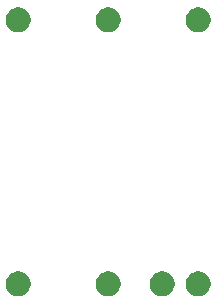
<source format=gbr>
G04 #@! TF.GenerationSoftware,KiCad,Pcbnew,(5.1.5-0-10_14)*
G04 #@! TF.CreationDate,2020-07-09T21:36:47+03:00*
G04 #@! TF.ProjectId,miniRGBii,6d696e69-5247-4426-9969-2e6b69636164,rev?*
G04 #@! TF.SameCoordinates,Original*
G04 #@! TF.FileFunction,Soldermask,Bot*
G04 #@! TF.FilePolarity,Negative*
%FSLAX46Y46*%
G04 Gerber Fmt 4.6, Leading zero omitted, Abs format (unit mm)*
G04 Created by KiCad (PCBNEW (5.1.5-0-10_14)) date 2020-07-09 21:36:47*
%MOMM*%
%LPD*%
G04 APERTURE LIST*
%ADD10C,0.100000*%
G04 APERTURE END LIST*
D10*
G36*
X20118564Y-23373389D02*
G01*
X20309833Y-23452615D01*
X20309835Y-23452616D01*
X20481973Y-23567635D01*
X20628365Y-23714027D01*
X20743385Y-23886167D01*
X20822611Y-24077436D01*
X20863000Y-24280484D01*
X20863000Y-24487516D01*
X20822611Y-24690564D01*
X20743385Y-24881833D01*
X20743384Y-24881835D01*
X20628365Y-25053973D01*
X20481973Y-25200365D01*
X20309835Y-25315384D01*
X20309834Y-25315385D01*
X20309833Y-25315385D01*
X20118564Y-25394611D01*
X19915516Y-25435000D01*
X19708484Y-25435000D01*
X19505436Y-25394611D01*
X19314167Y-25315385D01*
X19314166Y-25315385D01*
X19314165Y-25315384D01*
X19142027Y-25200365D01*
X18995635Y-25053973D01*
X18880616Y-24881835D01*
X18880615Y-24881833D01*
X18801389Y-24690564D01*
X18761000Y-24487516D01*
X18761000Y-24280484D01*
X18801389Y-24077436D01*
X18880615Y-23886167D01*
X18995635Y-23714027D01*
X19142027Y-23567635D01*
X19314165Y-23452616D01*
X19314167Y-23452615D01*
X19505436Y-23373389D01*
X19708484Y-23333000D01*
X19915516Y-23333000D01*
X20118564Y-23373389D01*
G37*
G36*
X17070564Y-23373389D02*
G01*
X17261833Y-23452615D01*
X17261835Y-23452616D01*
X17433973Y-23567635D01*
X17580365Y-23714027D01*
X17695385Y-23886167D01*
X17774611Y-24077436D01*
X17815000Y-24280484D01*
X17815000Y-24487516D01*
X17774611Y-24690564D01*
X17695385Y-24881833D01*
X17695384Y-24881835D01*
X17580365Y-25053973D01*
X17433973Y-25200365D01*
X17261835Y-25315384D01*
X17261834Y-25315385D01*
X17261833Y-25315385D01*
X17070564Y-25394611D01*
X16867516Y-25435000D01*
X16660484Y-25435000D01*
X16457436Y-25394611D01*
X16266167Y-25315385D01*
X16266166Y-25315385D01*
X16266165Y-25315384D01*
X16094027Y-25200365D01*
X15947635Y-25053973D01*
X15832616Y-24881835D01*
X15832615Y-24881833D01*
X15753389Y-24690564D01*
X15713000Y-24487516D01*
X15713000Y-24280484D01*
X15753389Y-24077436D01*
X15832615Y-23886167D01*
X15947635Y-23714027D01*
X16094027Y-23567635D01*
X16266165Y-23452616D01*
X16266167Y-23452615D01*
X16457436Y-23373389D01*
X16660484Y-23333000D01*
X16867516Y-23333000D01*
X17070564Y-23373389D01*
G37*
G36*
X12498564Y-23373389D02*
G01*
X12689833Y-23452615D01*
X12689835Y-23452616D01*
X12861973Y-23567635D01*
X13008365Y-23714027D01*
X13123385Y-23886167D01*
X13202611Y-24077436D01*
X13243000Y-24280484D01*
X13243000Y-24487516D01*
X13202611Y-24690564D01*
X13123385Y-24881833D01*
X13123384Y-24881835D01*
X13008365Y-25053973D01*
X12861973Y-25200365D01*
X12689835Y-25315384D01*
X12689834Y-25315385D01*
X12689833Y-25315385D01*
X12498564Y-25394611D01*
X12295516Y-25435000D01*
X12088484Y-25435000D01*
X11885436Y-25394611D01*
X11694167Y-25315385D01*
X11694166Y-25315385D01*
X11694165Y-25315384D01*
X11522027Y-25200365D01*
X11375635Y-25053973D01*
X11260616Y-24881835D01*
X11260615Y-24881833D01*
X11181389Y-24690564D01*
X11141000Y-24487516D01*
X11141000Y-24280484D01*
X11181389Y-24077436D01*
X11260615Y-23886167D01*
X11375635Y-23714027D01*
X11522027Y-23567635D01*
X11694165Y-23452616D01*
X11694167Y-23452615D01*
X11885436Y-23373389D01*
X12088484Y-23333000D01*
X12295516Y-23333000D01*
X12498564Y-23373389D01*
G37*
G36*
X4878564Y-23373389D02*
G01*
X5069833Y-23452615D01*
X5069835Y-23452616D01*
X5241973Y-23567635D01*
X5388365Y-23714027D01*
X5503385Y-23886167D01*
X5582611Y-24077436D01*
X5623000Y-24280484D01*
X5623000Y-24487516D01*
X5582611Y-24690564D01*
X5503385Y-24881833D01*
X5503384Y-24881835D01*
X5388365Y-25053973D01*
X5241973Y-25200365D01*
X5069835Y-25315384D01*
X5069834Y-25315385D01*
X5069833Y-25315385D01*
X4878564Y-25394611D01*
X4675516Y-25435000D01*
X4468484Y-25435000D01*
X4265436Y-25394611D01*
X4074167Y-25315385D01*
X4074166Y-25315385D01*
X4074165Y-25315384D01*
X3902027Y-25200365D01*
X3755635Y-25053973D01*
X3640616Y-24881835D01*
X3640615Y-24881833D01*
X3561389Y-24690564D01*
X3521000Y-24487516D01*
X3521000Y-24280484D01*
X3561389Y-24077436D01*
X3640615Y-23886167D01*
X3755635Y-23714027D01*
X3902027Y-23567635D01*
X4074165Y-23452616D01*
X4074167Y-23452615D01*
X4265436Y-23373389D01*
X4468484Y-23333000D01*
X4675516Y-23333000D01*
X4878564Y-23373389D01*
G37*
G36*
X20118564Y-1021389D02*
G01*
X20309833Y-1100615D01*
X20309835Y-1100616D01*
X20481973Y-1215635D01*
X20628365Y-1362027D01*
X20743385Y-1534167D01*
X20822611Y-1725436D01*
X20863000Y-1928484D01*
X20863000Y-2135516D01*
X20822611Y-2338564D01*
X20743385Y-2529833D01*
X20743384Y-2529835D01*
X20628365Y-2701973D01*
X20481973Y-2848365D01*
X20309835Y-2963384D01*
X20309834Y-2963385D01*
X20309833Y-2963385D01*
X20118564Y-3042611D01*
X19915516Y-3083000D01*
X19708484Y-3083000D01*
X19505436Y-3042611D01*
X19314167Y-2963385D01*
X19314166Y-2963385D01*
X19314165Y-2963384D01*
X19142027Y-2848365D01*
X18995635Y-2701973D01*
X18880616Y-2529835D01*
X18880615Y-2529833D01*
X18801389Y-2338564D01*
X18761000Y-2135516D01*
X18761000Y-1928484D01*
X18801389Y-1725436D01*
X18880615Y-1534167D01*
X18995635Y-1362027D01*
X19142027Y-1215635D01*
X19314165Y-1100616D01*
X19314167Y-1100615D01*
X19505436Y-1021389D01*
X19708484Y-981000D01*
X19915516Y-981000D01*
X20118564Y-1021389D01*
G37*
G36*
X12498564Y-1021389D02*
G01*
X12689833Y-1100615D01*
X12689835Y-1100616D01*
X12861973Y-1215635D01*
X13008365Y-1362027D01*
X13123385Y-1534167D01*
X13202611Y-1725436D01*
X13243000Y-1928484D01*
X13243000Y-2135516D01*
X13202611Y-2338564D01*
X13123385Y-2529833D01*
X13123384Y-2529835D01*
X13008365Y-2701973D01*
X12861973Y-2848365D01*
X12689835Y-2963384D01*
X12689834Y-2963385D01*
X12689833Y-2963385D01*
X12498564Y-3042611D01*
X12295516Y-3083000D01*
X12088484Y-3083000D01*
X11885436Y-3042611D01*
X11694167Y-2963385D01*
X11694166Y-2963385D01*
X11694165Y-2963384D01*
X11522027Y-2848365D01*
X11375635Y-2701973D01*
X11260616Y-2529835D01*
X11260615Y-2529833D01*
X11181389Y-2338564D01*
X11141000Y-2135516D01*
X11141000Y-1928484D01*
X11181389Y-1725436D01*
X11260615Y-1534167D01*
X11375635Y-1362027D01*
X11522027Y-1215635D01*
X11694165Y-1100616D01*
X11694167Y-1100615D01*
X11885436Y-1021389D01*
X12088484Y-981000D01*
X12295516Y-981000D01*
X12498564Y-1021389D01*
G37*
G36*
X4878564Y-1021389D02*
G01*
X5069833Y-1100615D01*
X5069835Y-1100616D01*
X5241973Y-1215635D01*
X5388365Y-1362027D01*
X5503385Y-1534167D01*
X5582611Y-1725436D01*
X5623000Y-1928484D01*
X5623000Y-2135516D01*
X5582611Y-2338564D01*
X5503385Y-2529833D01*
X5503384Y-2529835D01*
X5388365Y-2701973D01*
X5241973Y-2848365D01*
X5069835Y-2963384D01*
X5069834Y-2963385D01*
X5069833Y-2963385D01*
X4878564Y-3042611D01*
X4675516Y-3083000D01*
X4468484Y-3083000D01*
X4265436Y-3042611D01*
X4074167Y-2963385D01*
X4074166Y-2963385D01*
X4074165Y-2963384D01*
X3902027Y-2848365D01*
X3755635Y-2701973D01*
X3640616Y-2529835D01*
X3640615Y-2529833D01*
X3561389Y-2338564D01*
X3521000Y-2135516D01*
X3521000Y-1928484D01*
X3561389Y-1725436D01*
X3640615Y-1534167D01*
X3755635Y-1362027D01*
X3902027Y-1215635D01*
X4074165Y-1100616D01*
X4074167Y-1100615D01*
X4265436Y-1021389D01*
X4468484Y-981000D01*
X4675516Y-981000D01*
X4878564Y-1021389D01*
G37*
M02*

</source>
